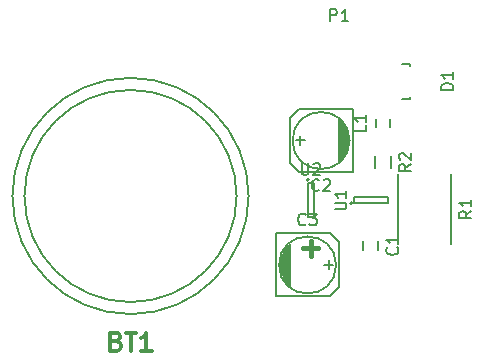
<source format=gbr>
G04 #@! TF.FileFunction,Legend,Top*
%FSLAX46Y46*%
G04 Gerber Fmt 4.6, Leading zero omitted, Abs format (unit mm)*
G04 Created by KiCad (PCBNEW 4.0.1-stable) date 2/18/2016 11:52:06 AM*
%MOMM*%
G01*
G04 APERTURE LIST*
%ADD10C,0.100000*%
%ADD11C,0.150000*%
%ADD12C,0.381000*%
%ADD13C,0.200660*%
%ADD14C,0.304800*%
G04 APERTURE END LIST*
D10*
D11*
X172812000Y-105568000D02*
X172812000Y-106268000D01*
X171612000Y-106268000D02*
X171612000Y-105568000D01*
X174891700Y-90511680D02*
X175592740Y-90511680D01*
X175592740Y-90511680D02*
X175592740Y-90760600D01*
X175592740Y-93310660D02*
X175592740Y-93511320D01*
X175592740Y-93511320D02*
X174891700Y-93511320D01*
X172691500Y-95917500D02*
X172691500Y-95217500D01*
X173891500Y-95217500D02*
X173891500Y-95917500D01*
X179034000Y-99830000D02*
X179034000Y-105830000D01*
X174534000Y-105830000D02*
X174534000Y-99830000D01*
X172616500Y-99369500D02*
X172616500Y-98369500D01*
X173966500Y-98369500D02*
X173966500Y-99369500D01*
X170675500Y-102344500D02*
G75*
G03X170675500Y-102344500I-100000J0D01*
G01*
X170825500Y-101794500D02*
X170825500Y-102294500D01*
X173725500Y-101794500D02*
X170825500Y-101794500D01*
X173725500Y-102294500D02*
X173725500Y-101794500D01*
X170825500Y-102294500D02*
X173725500Y-102294500D01*
X166995500Y-100344500D02*
G75*
G03X166995500Y-100344500I-100000J0D01*
G01*
X167445500Y-100594500D02*
X166945500Y-100594500D01*
X167445500Y-103494500D02*
X167445500Y-100594500D01*
X166945500Y-103494500D02*
X167445500Y-103494500D01*
X166945500Y-100594500D02*
X166945500Y-103494500D01*
X161892000Y-101727000D02*
G75*
G03X161892000Y-101727000I-10000000J0D01*
G01*
D12*
X167132000Y-105537000D02*
X167132000Y-106807000D01*
X166497000Y-106172000D02*
X167767000Y-106172000D01*
D13*
X160872256Y-101727000D02*
G75*
G03X160872256Y-101727000I-8980256J0D01*
G01*
D11*
X170307000Y-97663000D02*
X170307000Y-96266000D01*
X170180000Y-97917000D02*
X170180000Y-96139000D01*
X170053000Y-98298000D02*
X170053000Y-95758000D01*
X169926000Y-95631000D02*
X169926000Y-98425000D01*
X169799000Y-98552000D02*
X169799000Y-95504000D01*
X169672000Y-95377000D02*
X169672000Y-98679000D01*
X169545000Y-98806000D02*
X169545000Y-95250000D01*
X170688000Y-99695000D02*
X166116000Y-99695000D01*
X166116000Y-99695000D02*
X165354000Y-98933000D01*
X165354000Y-98933000D02*
X165354000Y-95123000D01*
X165354000Y-95123000D02*
X166116000Y-94361000D01*
X166116000Y-94361000D02*
X170688000Y-94361000D01*
X170688000Y-94361000D02*
X170688000Y-99695000D01*
X165862000Y-97028000D02*
X166624000Y-97028000D01*
X166243000Y-97409000D02*
X166243000Y-96647000D01*
X170434000Y-97028000D02*
G75*
G03X170434000Y-97028000I-2413000J0D01*
G01*
X164592000Y-106934000D02*
X164592000Y-108331000D01*
X164719000Y-106680000D02*
X164719000Y-108458000D01*
X164846000Y-106299000D02*
X164846000Y-108839000D01*
X164973000Y-108966000D02*
X164973000Y-106172000D01*
X165100000Y-106045000D02*
X165100000Y-109093000D01*
X165227000Y-109220000D02*
X165227000Y-105918000D01*
X165354000Y-105791000D02*
X165354000Y-109347000D01*
X164211000Y-104902000D02*
X168783000Y-104902000D01*
X168783000Y-104902000D02*
X169545000Y-105664000D01*
X169545000Y-105664000D02*
X169545000Y-109474000D01*
X169545000Y-109474000D02*
X168783000Y-110236000D01*
X168783000Y-110236000D02*
X164211000Y-110236000D01*
X164211000Y-110236000D02*
X164211000Y-104902000D01*
X169037000Y-107569000D02*
X168275000Y-107569000D01*
X168656000Y-107188000D02*
X168656000Y-107950000D01*
X169291000Y-107569000D02*
G75*
G03X169291000Y-107569000I-2413000J0D01*
G01*
X174469143Y-106084666D02*
X174516762Y-106132285D01*
X174564381Y-106275142D01*
X174564381Y-106370380D01*
X174516762Y-106513238D01*
X174421524Y-106608476D01*
X174326286Y-106656095D01*
X174135810Y-106703714D01*
X173992952Y-106703714D01*
X173802476Y-106656095D01*
X173707238Y-106608476D01*
X173612000Y-106513238D01*
X173564381Y-106370380D01*
X173564381Y-106275142D01*
X173612000Y-106132285D01*
X173659619Y-106084666D01*
X174564381Y-105132285D02*
X174564381Y-105703714D01*
X174564381Y-105418000D02*
X173564381Y-105418000D01*
X173707238Y-105513238D01*
X173802476Y-105608476D01*
X173850095Y-105703714D01*
X179204881Y-92749595D02*
X178204881Y-92749595D01*
X178204881Y-92511500D01*
X178252500Y-92368642D01*
X178347738Y-92273404D01*
X178442976Y-92225785D01*
X178633452Y-92178166D01*
X178776310Y-92178166D01*
X178966786Y-92225785D01*
X179062024Y-92273404D01*
X179157262Y-92368642D01*
X179204881Y-92511500D01*
X179204881Y-92749595D01*
X179204881Y-91225785D02*
X179204881Y-91797214D01*
X179204881Y-91511500D02*
X178204881Y-91511500D01*
X178347738Y-91606738D01*
X178442976Y-91701976D01*
X178490595Y-91797214D01*
X171843881Y-95734166D02*
X171843881Y-96210357D01*
X170843881Y-96210357D01*
X171843881Y-94877023D02*
X171843881Y-95448452D01*
X171843881Y-95162738D02*
X170843881Y-95162738D01*
X170986738Y-95257976D01*
X171081976Y-95353214D01*
X171129595Y-95448452D01*
X180736381Y-102996666D02*
X180260190Y-103330000D01*
X180736381Y-103568095D02*
X179736381Y-103568095D01*
X179736381Y-103187142D01*
X179784000Y-103091904D01*
X179831619Y-103044285D01*
X179926857Y-102996666D01*
X180069714Y-102996666D01*
X180164952Y-103044285D01*
X180212571Y-103091904D01*
X180260190Y-103187142D01*
X180260190Y-103568095D01*
X180736381Y-102044285D02*
X180736381Y-102615714D01*
X180736381Y-102330000D02*
X179736381Y-102330000D01*
X179879238Y-102425238D01*
X179974476Y-102520476D01*
X180022095Y-102615714D01*
X175643881Y-99036166D02*
X175167690Y-99369500D01*
X175643881Y-99607595D02*
X174643881Y-99607595D01*
X174643881Y-99226642D01*
X174691500Y-99131404D01*
X174739119Y-99083785D01*
X174834357Y-99036166D01*
X174977214Y-99036166D01*
X175072452Y-99083785D01*
X175120071Y-99131404D01*
X175167690Y-99226642D01*
X175167690Y-99607595D01*
X174739119Y-98655214D02*
X174691500Y-98607595D01*
X174643881Y-98512357D01*
X174643881Y-98274261D01*
X174691500Y-98179023D01*
X174739119Y-98131404D01*
X174834357Y-98083785D01*
X174929595Y-98083785D01*
X175072452Y-98131404D01*
X175643881Y-98702833D01*
X175643881Y-98083785D01*
X169177881Y-102856405D02*
X169987405Y-102856405D01*
X170082643Y-102808786D01*
X170130262Y-102761167D01*
X170177881Y-102665929D01*
X170177881Y-102475452D01*
X170130262Y-102380214D01*
X170082643Y-102332595D01*
X169987405Y-102284976D01*
X169177881Y-102284976D01*
X170177881Y-101284976D02*
X170177881Y-101856405D01*
X170177881Y-101570691D02*
X169177881Y-101570691D01*
X169320738Y-101665929D01*
X169415976Y-101761167D01*
X169463595Y-101856405D01*
X166383595Y-98946881D02*
X166383595Y-99756405D01*
X166431214Y-99851643D01*
X166478833Y-99899262D01*
X166574071Y-99946881D01*
X166764548Y-99946881D01*
X166859786Y-99899262D01*
X166907405Y-99851643D01*
X166955024Y-99756405D01*
X166955024Y-98946881D01*
X167383595Y-99042119D02*
X167431214Y-98994500D01*
X167526452Y-98946881D01*
X167764548Y-98946881D01*
X167859786Y-98994500D01*
X167907405Y-99042119D01*
X167955024Y-99137357D01*
X167955024Y-99232595D01*
X167907405Y-99375452D01*
X167335976Y-99946881D01*
X167955024Y-99946881D01*
D14*
X150694571Y-114018143D02*
X150912285Y-114090714D01*
X150984857Y-114163286D01*
X151057428Y-114308429D01*
X151057428Y-114526143D01*
X150984857Y-114671286D01*
X150912285Y-114743857D01*
X150767143Y-114816429D01*
X150186571Y-114816429D01*
X150186571Y-113292429D01*
X150694571Y-113292429D01*
X150839714Y-113365000D01*
X150912285Y-113437571D01*
X150984857Y-113582714D01*
X150984857Y-113727857D01*
X150912285Y-113873000D01*
X150839714Y-113945571D01*
X150694571Y-114018143D01*
X150186571Y-114018143D01*
X151492857Y-113292429D02*
X152363714Y-113292429D01*
X151928285Y-114816429D02*
X151928285Y-113292429D01*
X153670000Y-114816429D02*
X152799143Y-114816429D01*
X153234571Y-114816429D02*
X153234571Y-113292429D01*
X153089428Y-113510143D01*
X152944286Y-113655286D01*
X152799143Y-113727857D01*
D11*
X168806905Y-86919381D02*
X168806905Y-85919381D01*
X169187858Y-85919381D01*
X169283096Y-85967000D01*
X169330715Y-86014619D01*
X169378334Y-86109857D01*
X169378334Y-86252714D01*
X169330715Y-86347952D01*
X169283096Y-86395571D01*
X169187858Y-86443190D01*
X168806905Y-86443190D01*
X170330715Y-86919381D02*
X169759286Y-86919381D01*
X170045000Y-86919381D02*
X170045000Y-85919381D01*
X169949762Y-86062238D01*
X169854524Y-86157476D01*
X169759286Y-86205095D01*
X167854334Y-101195143D02*
X167806715Y-101242762D01*
X167663858Y-101290381D01*
X167568620Y-101290381D01*
X167425762Y-101242762D01*
X167330524Y-101147524D01*
X167282905Y-101052286D01*
X167235286Y-100861810D01*
X167235286Y-100718952D01*
X167282905Y-100528476D01*
X167330524Y-100433238D01*
X167425762Y-100338000D01*
X167568620Y-100290381D01*
X167663858Y-100290381D01*
X167806715Y-100338000D01*
X167854334Y-100385619D01*
X168235286Y-100385619D02*
X168282905Y-100338000D01*
X168378143Y-100290381D01*
X168616239Y-100290381D01*
X168711477Y-100338000D01*
X168759096Y-100385619D01*
X168806715Y-100480857D01*
X168806715Y-100576095D01*
X168759096Y-100718952D01*
X168187667Y-101290381D01*
X168806715Y-101290381D01*
X166711334Y-104116143D02*
X166663715Y-104163762D01*
X166520858Y-104211381D01*
X166425620Y-104211381D01*
X166282762Y-104163762D01*
X166187524Y-104068524D01*
X166139905Y-103973286D01*
X166092286Y-103782810D01*
X166092286Y-103639952D01*
X166139905Y-103449476D01*
X166187524Y-103354238D01*
X166282762Y-103259000D01*
X166425620Y-103211381D01*
X166520858Y-103211381D01*
X166663715Y-103259000D01*
X166711334Y-103306619D01*
X167044667Y-103211381D02*
X167663715Y-103211381D01*
X167330381Y-103592333D01*
X167473239Y-103592333D01*
X167568477Y-103639952D01*
X167616096Y-103687571D01*
X167663715Y-103782810D01*
X167663715Y-104020905D01*
X167616096Y-104116143D01*
X167568477Y-104163762D01*
X167473239Y-104211381D01*
X167187524Y-104211381D01*
X167092286Y-104163762D01*
X167044667Y-104116143D01*
M02*

</source>
